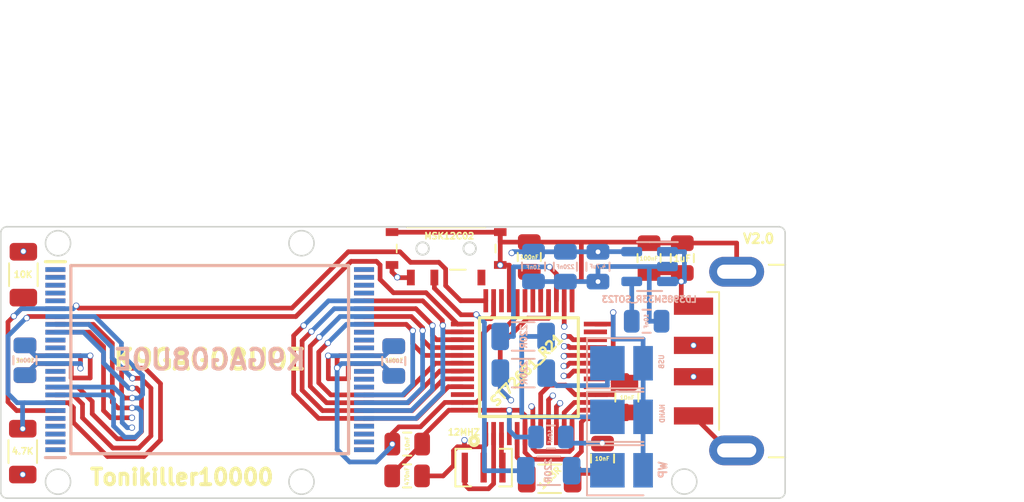
<source format=kicad_pcb>
(kicad_pcb (version 20211014) (generator pcbnew)
  (layers (0 "F.Cu" signal) (1 "In1.Cu" power "GND") (2 "In2.Cu" signal "In.Cu") (31 "B.Cu" signal) (34 "B.Paste" user) (35 "F.Paste" user) (36 "B.SilkS" user "B.Silkscreen") (37 "F.SilkS" user "F.Silkscreen") (38 "B.Mask" user) (39 "F.Mask" user) (44 "Edge.Cuts" user))
  (net 0 "")
  (net 1 "+3V3")
  (net 2 "Earth")
  (net 3 "Net-(C11-Pad2)")
  (net 5 "Net-(C14-Pad1)")
  (net 6 "WP")
  (net 8 "ALE")
  (net 11 "+1V8")
  (net 12 "Net-(J1-Pad3)")
  (net 13 "RNB")
  (net 15 "CLE")
  (net 16 "WE")
  (net 17 "RE")
  (net 18 "Net-(J1-Pad2)")
  (net 19 "CE2")
  (net 20 "CE1")
  (net 21 "Net-(R2-Pad1)")
  (net 22 "Net-(R1-Pad1)")
  (net 23 "Net-(Y2-Pad1)")
  (net 24 "+5V")
  (net 31 "Net-(R4-Pad1)")
  (net 76 "/D3")
  (net 77 "/D2")
  (net 78 "/D1")
  (net 79 "/D0")
  (net 80 "/D7")
  (net 81 "/D6")
  (net 82 "/D5")
  (net 83 "/D4")
  (net 94 "Net-(R2-Pad2)")
  (net 96 "Net-(Y2-Pad3)")
  (net 97 "Net-(R7-Pad2)")
  (net 98 "Net-(R1-Pad2)")
  (net 99 "Net-(R7-Pad1)")
  (footprint "Resistor_SMD:R_1206_3216Metric" (layer "F.Cu") (at 145.35 89.62)
    (fp_text reference "R4" hide)
    (fp_text value "11.3R")
  )
  (footprint "Capacitor_SMD:C_0805_2012Metric" (layer "F.Cu") (at 111.9 82.06 90)
    (fp_text reference "C1" hide)
    (fp_text value "100nF")
  )
  (footprint "Capacitor_SMD:C_0805_2012Metric" (layer "F.Cu") (at 150.27 84.44 -90)
    (fp_text reference "C4" hide)
    (fp_text value "10nF")
  )
  (footprint "Capacitor_SMD:C_0805_2012Metric" (layer "F.Cu") (at 153.805 75.54 -90)
    (fp_text reference "C8" hide)
    (fp_text value "1uF")
  )
  (footprint "Resistor_SMD:R_1206_3216Metric" (layer "F.Cu") (at 111.76 87.89 90)
    (fp_text reference "R5" hide)
    (fp_text value "4.7K")
  )
  (footprint "K9GAG08U0E:SOP50P2000X120-48N" (layer "F.Cu") (at 123.68 82.02)
    (fp_text reference "m1" hide)
    (fp_text value "K9GAG08U0E")
  )
  (footprint "Capacitor_SMD:C_0805_2012Metric" (layer "F.Cu") (at 136.27 87.41 180)
    (fp_text reference "C16" hide)
    (fp_text value "10nF")
  )
  (footprint "MSK12C02:MSK12C02" (layer "F.Cu") (at 138.75 74.93 180)
    (fp_text reference "SW1" hide)
    (fp_text value "MSK12C02")
    (fp_circle (center -1.5 0) (end -1.1 0) (layer "Edge.Cuts") (width 0.12) (fill none))
    (fp_circle (center 1.5 0) (end 1.9 0) (layer "Edge.Cuts") (width 0.12) (fill none))
  )
  (footprint "Connector_USB:USB_A_CNCTech_1001-011-01101_Horizontal" (layer "F.Cu") (at 164.17 82.11)
    (fp_text reference "J1" hide)
    (fp_text value "USB_A")
  )
  (footprint "ST72681_R21:QFP50P900X900X160-48N" (layer "F.Cu") (at 144.028 82.5 90)
    (fp_text reference "f1" hide)
    (fp_text value "ST72681_R21")
  )
  (footprint "Capacitor_SMD:C_0805_2012Metric" (layer "F.Cu") (at 151.685 75.54 -90)
    (fp_text reference "C5" hide)
    (fp_text value "100nF")
  )
  (footprint "Capacitor_SMD:C_0805_2012Metric" (layer "F.Cu") (at 136.26 89.44)
    (fp_text reference "C7" hide)
    (fp_text value "470nF")
  )
  (footprint "Capacitor_SMD:C_0805_2012Metric" (layer "F.Cu") (at 148.72 88.33 90)
    (fp_text reference "C13" hide)
    (fp_text value "10nF")
  )
  (footprint "Crystal:Resonator_SMD_Murata_CSTxExxV-3Pin_3.0x1.1mm" (layer "F.Cu") (at 141.14 88.91)
    (fp_text reference "Y2" hide)
    (fp_text value "12MHZ")
  )
  (footprint "Capacitor_SMD:C_0805_2012Metric" (layer "F.Cu") (at 144.05 75.47 90)
    (fp_text reference "C14" hide)
    (fp_text value "100nF")
  )
  (footprint "Resistor_SMD:R_1206_3216Metric" (layer "F.Cu") (at 111.8 76.6 -90)
    (fp_text reference "R3" hide)
    (fp_text value "10K")
  )
  (footprint "Capacitor_SMD:C_0805_2012Metric" (layer "F.Cu") (at 135.41 82.11 90)
    (fp_text reference "C3" hide)
    (fp_text value "100nF")
  )
  (footprint "LED_SMD:LED_PLCC_2835" (layer "B.Cu") (at 149.93 82.25)
    (fp_text reference "D2" hide)
    (fp_text value "USB")
  )
  (footprint "K9GAG08U0E:SOP50P2000X120-48N" (layer "B.Cu") (at 123.678 82.02)
    (fp_text reference "m2" hide)
    (fp_text value "K9GAG08U0E")
  )
  (footprint "Capacitor_SMD:C_0805_2012Metric" (layer "B.Cu") (at 151.53 79.57 180)
    (fp_text reference "C11" hide)
    (fp_text value "10nF")
  )
  (footprint "Capacitor_SMD:C_0805_2012Metric" (layer "B.Cu") (at 111.9 82.06 -90)
    (fp_text reference "C2" hide)
    (fp_text value "100nF")
  )
  (footprint "LED_SMD:LED_PLCC_2835" (layer "B.Cu") (at 149.93 89.08)
    (fp_text reference "D3" hide)
    (fp_text value "WP")
  )
  (footprint "Resistor_SMD:R_1206_3216Metric" (layer "B.Cu") (at 143.66 80.54)
    (fp_text reference "R2" hide)
    (fp_text value "220R")
  )
  (footprint "Capacitor_SMD:C_0805_2012Metric" (layer "B.Cu") (at 144.32 76.08 90)
    (fp_text reference "C17" hide)
    (fp_text value "10nF")
  )
  (footprint "Resistor_SMD:R_1206_3216Metric" (layer "B.Cu") (at 143.6675 82.88)
    (fp_text reference "R1" hide)
    (fp_text value "220R")
  )
  (footprint "Resistor_SMD:R_1206_3216Metric" (layer "B.Cu") (at 145.29 89.11 180)
    (fp_text reference "R7" hide)
    (fp_text value "220R")
  )
  (footprint "Package_TO_SOT_SMD:SOT-23-5" (layer "B.Cu") (at 151.72 76.08 180)
    (fp_text reference "U1" hide)
    (fp_text value "LD3985M33R_SOT23")
  )
  (footprint "Capacitor_SMD:C_0805_2012Metric" (layer "B.Cu") (at 135.41 82.11 -90)
    (fp_text reference "C6" hide)
    (fp_text value "100nF")
  )
  (footprint "Capacitor_SMD:C_0805_2012Metric" (layer "B.Cu") (at 146.35 76.09 90)
    (fp_text reference "C19" hide)
    (fp_text value "220nF")
  )
  (footprint "Capacitor_SMD:C_0805_2012Metric" (layer "B.Cu") (at 148.43 76.09 90)
    (fp_text reference "C12" hide)
    (fp_text value "4.7uF")
  )
  (footprint "Capacitor_SMD:C_0805_2012Metric" (layer "B.Cu") (at 145.43 86.96)
    (fp_text reference "C10" hide)
    (fp_text value "10nF")
  )
  (footprint "LED_SMD:LED_PLCC_2835" (layer "B.Cu") (at 149.93 85.67)
    (fp_text reference "D1" hide)
    (fp_text value "NAND")
  )
  (gr_arc (start 110.36 73.94) (mid 110.477157 73.657157) (end 110.76 73.54) (layer "Edge.Cuts") (width 0.1))
  (gr_circle (center 153.93 89.8) (end 154.73 89.8) (layer "Edge.Cuts") (width 0.1) (fill none))
  (gr_circle (center 114.01 74.59) (end 114.81 74.59) (layer "Edge.Cuts") (width 0.1) (fill none))
  (gr_circle (center 129.53 74.59) (end 130.33 74.59) (layer "Edge.Cuts") (width 0.1) (fill none))
  (gr_arc (start 159.959999 73.540001) (mid 160.242842 73.657158) (end 160.359999 73.940001) (layer "Edge.Cuts") (width 0.1))
  (gr_arc (start 160.359999 90.459999) (mid 160.242842 90.742842) (end 159.959999 90.859999) (layer "Edge.Cuts") (width 0.1))
  (gr_line (start 110.36 90.46) (end 110.36 73.94) (layer "Edge.Cuts") (width 0.1))
  (gr_circle (center 114.01 89.81) (end 114.81 89.81) (layer "Edge.Cuts") (width 0.1) (fill none))
  (gr_circle (center 129.53 89.81) (end 130.33 89.81) (layer "Edge.Cuts") (width 0.1) (fill none))
  (gr_arc (start 110.76 90.86) (mid 110.477157 90.742843) (end 110.36 90.46) (layer "Edge.Cuts") (width 0.1))
  (gr_line (start 110.76 73.54) (end 159.959999 73.540001) (layer "Edge.Cuts") (width 0.1))
  (gr_line (start 159.959999 90.859999) (end 110.76 90.86) (layer "Edge.Cuts") (width 0.1))
  (gr_line (start 160.359999 73.940001) (end 160.359999 90.459999) (layer "Edge.Cuts") (width 0.1))
  (gr_text "Tonikiller10000" (at 121.9 89.52) (layer "F.SilkS") (effects (font (size 1 1) (thickness 0.25))))
  (gr_text "V2.0" (at 158.67 74.3) (layer "F.SilkS") (effects (font (size 0.6 0.6))))
  (gr_text "\n" (at 135.7 59.51) (layer "F.SilkS") (effects (font (size 1 1) (thickness 0.25))))
  (segment (start 149.4 79.75) (end 149.4 83.04) (width 0.3) (layer "F.Cu") (net 1))
  (segment (start 135.74 86.31) (end 135.32 86.73) (width 0.3) (layer "F.Cu") (net 1))
  (segment (start 138.67 84.75) (end 137.11 86.31) (width 0.3) (layer "F.Cu") (net 1))
  (segment (start 135.32 86.73) (end 135.32 87.41) (width 0.3) (layer "F.Cu") (net 1))
  (segment (start 113.842 81.77) (end 112.56 81.77) (width 0.3) (layer "F.Cu") (net 1))
  (segment (start 148.266 84.25) (end 146.97 84.25) (width 0.3) (layer "F.Cu") (net 1))
  (segment (start 148.266 84.25) (end 149.02 84.25) (width 0.3) (layer "F.Cu") (net 1))
  (segment (start 139.79 84.75) (end 138.67 84.75) (width 0.3) (layer "F.Cu") (net 1))
  (segment (start 143.278 78.262) (end 143.278 79.232) (width 0.3) (layer "F.Cu") (net 1))
  (segment (start 150.27 83.83) (end 150.27 83.49) (width 0.3) (layer "F.Cu") (net 1))
  (segment (start 137.11 86.31) (end 135.74 86.31) (width 0.3) (layer "F.Cu") (net 1))
  (segment (start 149.4 83.04) (end 150.27 83.04) (width 0.3) (layer "F.Cu") (net 1))
  (segment (start 142.59 79.92) (end 141.53 79.92) (width 0.3) (layer "F.Cu") (net 1))
  (segment (start 131.95 81.77) (end 133.518 81.77) (width 0.3) (layer "F.Cu") (net 1))
  (segment (start 115.44 81.77) (end 115.44 82.57) (width 0.3) (layer "F.Cu") (net 1))
  (segment (start 144.778 84.202) (end 144.778 86.738) (width 0.3) (layer "F.Cu") (net 1))
  (segment (start 133.518 81.77) (end 134.8 81.77) (width 0.3) (layer "F.Cu") (net 1))
  (segment (start 140.7 84.75) (end 139.79 84.75) (width 0.3) (layer "F.Cu") (net 1))
  (segment (start 140.98 80.47) (end 140.98 84.47) (width 0.3) (layer "F.Cu") (net 1))
  (segment (start 140.98 84.47) (end 140.7 84.75) (width 0.3) (layer "F.Cu") (net 1))
  (segment (start 149.4 83.48) (end 149.4 83.83) (width 0.3) (layer "F.Cu") (net 1))
  (segment (start 143.278 79.232) (end 142.59 79.92) (width 0.3) (layer "F.Cu") (net 1))
  (segment (start 149.4 79.01) (end 149.4 79.75) (width 0.3) (layer "F.Cu") (net 1))
  (segment (start 141.53 79.92) (end 140.98 80.47) (width 0.3) (layer "F.Cu") (net 1))
  (segment (start 150.27 83.48) (end 150.27 83.49) (width 0.3) (layer "F.Cu") (net 1))
  (segment (start 150.27 83.04) (end 150.27 83.49) (width 0.3) (layer "F.Cu") (net 1))
  (segment (start 112.56 81.77) (end 111.9 81.11) (width 0.3) (layer "F.Cu") (net 1))
  (segment (start 113.842 81.77) (end 115.44 81.77) (width 0.3) (layer "F.Cu") (net 1))
  (segment (start 131.8 82.55) (end 131.8 81.92) (width 0.3) (layer "F.Cu") (net 1))
  (segment (start 149.4 83.83) (end 150.27 83.83) (width 0.3) (layer "F.Cu") (net 1))
  (segment (start 145.33 83.65) (end 144.778 84.202) (width 0.3) (layer "F.Cu") (net 1))
  (segment (start 149.4 84.25) (end 149.02 84.25) (width 0.3) (layer "F.Cu") (net 1))
  (segment (start 146.37 83.65) (end 145.33 83.65) (width 0.3) (layer "F.Cu") (net 1))
  (segment (start 134.8 81.77) (end 135.41 81.16) (width 0.3) (layer "F.Cu") (net 1))
  (segment (start 148.266 79.75) (end 149.4 79.75) (width 0.3) (layer "F.Cu") (net 1))
  (segment (start 149.4 83.83) (end 149.4 84.25) (width 0.3) (layer "F.Cu") (net 1))
  (segment (start 149.4 83.48) (end 150.27 83.48) (width 0.3) (layer "F.Cu") (net 1))
  (segment (start 146.97 84.25) (end 146.37 83.65) (width 0.3) (layer "F.Cu") (net 1))
  (segment (start 131.8 81.92) (end 131.95 81.77) (width 0.3) (layer "F.Cu") (net 1))
  (segment (start 149.4 83.04) (end 149.4 83.48) (width 0.3) (layer "F.Cu") (net 1))
  (via (at 131.8 82.55) (size 0.4) (drill 0.3) (layers "F.Cu" "B.Cu") (net 1))
  (via (at 115.44 82.57) (size 0.4) (drill 0.3) (layers "F.Cu" "B.Cu") (net 1))
  (via (at 148.43 75.14) (size 0.4) (drill 0.3) (layers "F.Cu" "B.Cu") (net 1))
  (via (at 111.76 89.3525) (size 0.4) (drill 0.3) (layers "F.Cu" "B.Cu") (net 1))
  (via (at 149.4 79.01) (size 0.4) (drill 0.3) (layers "F.Cu" "B.Cu") (net 1))
  (via (at 135.32 87.41) (size 0.4) (drill 0.3) (layers "F.Cu" "B.Cu") (net 1))
  (via (at 142.93 75.21) (size 0.4) (drill 0.3) (layers "F.Cu" "B.Cu") (net 1))
  (segment (start 132.6 88.55) (end 134.28 88.55) (width 0.3) (layer "B.Cu") (net 1))
  (segment (start 149.4 80.71) (end 149.4 79.01) (width 0.3) (layer "B.Cu") (net 1))
  (segment (start 131.8 82.55) (end 131.8 87.75) (width 0.3) (layer "B.Cu") (net 1))
  (segment (start 143.01 75.13) (end 144.32 75.13) (width 0.3) (layer "B.Cu") (net 1))
  (segment (start 149.54 80.71) (end 149.4 80.71) (width 0.3) (layer "B.Cu") (net 1))
  (segment (start 115.44 82.27) (end 115.44 82.57) (width 0.3) (layer "B.Cu") (net 1))
  (segment (start 134.28 88.55) (end 135.32 87.51) (width 0.3) (layer "B.Cu") (net 1))
  (segment (start 151.305 82.25) (end 151.305 80.71) (width 0.3) (layer "B.Cu") (net 1))
  (segment (start 148.43 75.13) (end 148.43 75.14) (width 0.3) (layer "B.Cu") (net 1))
  (segment (start 112.64 82.27) (end 111.9 83.01) (width 0.3) (layer "B.Cu") (net 1))
  (segment (start 146.35 75.14) (end 148.43 75.14) (width 0.3) (layer "B.Cu") (net 1))
  (segment (start 131.8 87.75) (end 132.6 88.55) (width 0.3) (layer "B.Cu") (net 1))
  (segment (start 151.31 82.38) (end 151.31 85.72) (width 0.3) (layer "B.Cu") (net 1))
  (segment (start 151.31 85.72) (end 151.305 85.72) (width 0.3) (layer "B.Cu") (net 1))
  (segment (start 135.32 87.51) (end 135.32 87.41) (width 0.3) (layer "B.Cu") (net 1))
  (segment (start 113.84 82.27) (end 115.44 82.27) (width 0.3) (layer "B.Cu") (net 1))
  (segment (start 151.305 80.71) (end 149.54 80.71) (width 0.3) (layer "B.Cu") (net 1))
  (segment (start 144.33 75.14) (end 144.32 75.13) (width 0.3) (layer "B.Cu") (net 1))
  (segment (start 113.84 82.27) (end 112.64 82.27) (width 0.3) (layer "B.Cu") (net 1))
  (segment (start 133.516 82.27) (end 134.62 82.27) (width 0.3) (layer "B.Cu") (net 1))
  (segment (start 151.305 89.08) (end 151.305 85.72) (width 0.3) (layer "B.Cu") (net 1))
  (segment (start 146.35 75.14) (end 144.33 75.14) (width 0.3) (layer "B.Cu") (net 1))
  (segment (start 131.8 82.55) (end 132.08 82.27) (width 0.3) (layer "B.Cu") (net 1))
  (segment (start 132.08 82.27) (end 133.516 82.27) (width 0.3) (layer "B.Cu") (net 1))
  (segment (start 142.93 75.21) (end 143.01 75.13) (width 0.3) (layer "B.Cu") (net 1))
  (segment (start 134.62 82.27) (end 135.41 83.06) (width 0.3) (layer "B.Cu") (net 1))
  (segment (start 150.5825 75.13) (end 148.43 75.13) (width 0.3) (layer "B.Cu") (net 1))
  (segment (start 146.8125 89.62) (end 146.8125 88.4375) (width 0.3) (layer "F.Cu") (net 2))
  (segment (start 113.842 82.27) (end 112.64 82.27) (width 0.3) (layer "F.Cu") (net 2))
  (segment (start 157.27 74.58) (end 151.695 74.58) (width 0.3) (layer "F.Cu") (net 2))
  (segment (start 142.26 85.25) (end 142.778 85.25) (width 0.3) (layer "F.Cu") (net 2))
  (segment (start 146.278 85.402) (end 146.93 84.75) (width 0.3) (layer "F.Cu") (net 2))
  (segment (start 132.51 83.24) (end 131.8 83.24) (width 0.3) (layer "F.Cu") (net 2))
  (segment (start 147.59 85.79) (end 147.37 86.01) (width 0.3) (layer "F.Cu") (net 2))
  (segment (start 147.37 74.52) (end 147.37 77.02) (width 0.3) (layer "F.Cu") (net 2))
  (segment (start 134.62 82.27) (end 135.41 83.06) (width 0.3) (layer "F.Cu") (net 2))
  (segment (start 149.42 85.41) (end 149.42 85.79) (width 0.3) (layer "F.Cu") (net 2))
  (segment (start 139.79 85.25) (end 142.26 85.25) (width 0.3) (layer "F.Cu") (net 2))
  (segment (start 143.778 86.738) (end 143.778 85.588) (width 0.3) (layer "F.Cu") (net 2))
  (segment (start 143.778 86.738) (end 143.778 87.938) (width 0.3) (layer "F.Cu") (net 2))
  (segment (start 154.52 85.61) (end 156.72 87.81) (width 0.3) (layer "F.Cu") (net 2))
  (segment (start 149.42 84.99) (end 150.27 84.99) (width 0.3) (layer "F.Cu") (net 2))
  (segment (start 142.2 74.51) (end 142.21 74.52) (width 0.3) (layer "F.Cu") (net 2))
  (segment (start 142.2 73.89) (end 142.2 75.99) (width 0.3) (layer "F.Cu") (net 2))
  (segment (start 146.81 88.38) (end 146.84 88.41) (width 0.3) (layer "F.Cu") (net 2))
  (segment (start 150.27 85.79) (end 150.27 85.39) (width 0.3) (layer "F.Cu") (net 2))
  (segment (start 149.42 85.79) (end 150.27 85.79) (width 0.3) (layer "F.Cu") (net 2))
  (segment (start 135.66 76.79) (end 136.5 76.79) (width 0.3) (layer "F.Cu") (net 2))
  (segment (start 135.3 75.99) (end 135.3 76.43) (width 0.3) (layer "F.Cu") (net 2))
  (segment (start 147.37 86.01) (end 147.37 87.88) (width 0.3) (layer "F.Cu") (net 2))
  (segment (start 133.518 82.27) (end 134.62 82.27) (width 0.3) (layer "F.Cu") (net 2))
  (segment (start 135.3 76.43) (end 135.635 76.765) (width 0.3) (layer "F.Cu") (net 2))
  (segment (start 150.27 84.99) (end 150.27 85.39) (width 0.3) (layer "F.Cu") (net 2))
  (segment (start 131.24 81.77) (end 131.23 81.77) (width 0.3) (layer "F.Cu") (net 2))
  (segment (start 149.42 85.79) (end 147.59 85.79) (width 0.3) (layer "F.Cu") (net 2))
  (segment (start 143.778 85.588) (end 143.44 85.25) (width 0.3) (layer "F.Cu") (net 2))
  (segment (start 131.24 83.24) (end 131.24 82.48) (width 0.3) (layer "F.Cu") (net 2))
  (segment (start 144.05 74.52) (end 147.37 74.52) (width 0.3) (layer "F.Cu") (net 2))
  (segment (start 142.21 74.52) (end 144.05 74.52) (width 0.3) (layer "F.Cu") (net 2))
  (segment (start 157.27 76.41) (end 157.27 74.58) (width 0.3) (layer "F.Cu") (net 2))
  (segment (start 131.8 83.24) (end 131.24 83.24) (width 0.3) (layer "F.Cu") (net 2))
  (segment (start 142.778 85.25) (end 142.778 86.738) (width 0.3) (layer "F.Cu") (net 2))
  (segment (start 135.34 89.29) (end 137.22 87.41) (width 0.3) (layer "F.Cu") (net 2))
  (segment (start 135.34 89.41) (end 135.34 89.29) (width 0.3) (layer "F.Cu") (net 2))
  (segment (start 113.842 82.27) (end 114.85 82.27) (width 0.3) (layer "F.Cu") (net 2))
  (segment (start 146.778 77.02) (end 146.778 78.262) (width 0.3) (layer "F.Cu") (net 2))
  (segment (start 146.93 84.75) (end 148.266 84.75) (width 0.3) (layer "F.Cu") (net 2))
  (segment (start 137.22 86.95) (end 137.22 87.41) (width 0.3) (layer "F.Cu") (net 2))
  (segment (start 147.1525 89.28) (end 146.8125 89.62) (width 0.3) (layer "F.Cu") (net 2))
  (segment (start 148.266 84.75) (end 149.18 84.75) (width 0.3) (layer "F.Cu") (net 2))
  (segment (start 149.42 85.39) (end 149.42 85.41) (width 0.3) (layer "F.Cu") (net 2))
  (segment (start 147.37 74.52) (end 151.685 74.52) (width 0.3) (layer "F.Cu") (net 2))
  (segment (start 131.24 82.48) (end 131.24 81.77) (width 0.3) (layer "F.Cu") (net 2))
  (segment (start 149.18 84.75) (end 149.42 84.99) (width 0.3) (layer "F.Cu") (net 2))
  (segment (start 142.778 75.99) (end 142.2 75.99) (width 0.3) (layer "F.Cu") (net 2))
  (segment (start 142.778 78.262) (end 142.778 75.99) (width 0.3) (layer "F.Cu") (net 2))
  (segment (start 144.22 88.38) (end 146.81 88.38) (width 0.3) (layer "F.Cu") (net 2))
  (segment (start 114.85 82.27) (end 114.85 83.19) (width 0.3) (layer "F.Cu") (net 2))
  (segment (start 139.79 85.25) (end 138.92 85.25) (width 0.3) (layer "F.Cu") (net 2))
  (segment (start 150.27 85.39) (end 149.42 85.39) (width 0.3) (layer "F.Cu") (net 2))
  (segment (start 114.85 83.19) (end 116.06 83.19) (width 0.3) (layer "F.Cu") (net 2))
  (segment (start 132.51 82.27) (end 132.51 83.24) (width 0.3) (layer "F.Cu") (net 2))
  (segment (start 133.518 82.27) (end 132.51 82.27) (width 0.3) (layer "F.Cu") (net 2))
  (segment (start 135.3 73.89) (end 142.2 73.89) (width 0.3) (layer "F.Cu") (net 2))
  (segment (start 112.64 82.27) (end 111.9 83.01) (width 0.3) (layer "F.Cu") (net 2))
  (segment (start 147.37 77.02) (end 146.778 77.02) (width 0.3) (layer "F.Cu") (net 2))
  (segment (start 135.635 76.765) (end 135.66 76.79) (width 0.3) (layer "F.Cu") (net 2))
  (segment (start 138.92 85.25) (end 137.22 86.95) (width 0.3) (layer "F.Cu") (net 2))
  (segment (start 116.06 83.19) (end 116.06 81.77) (width 0.3) (layer "F.Cu") (net 2))
  (segment (start 149.42 84.99) (end 149.42 85.41) (width 0.3) (layer "F.Cu") (net 2))
  (segment (start 143.778 87.938) (end 144.22 88.38) (width 0.3) (layer "F.Cu") (net 2))
  (segment (start 146.278 86.738) (end 146.278 85.402) (width 0.3) (layer "F.Cu") (net 2))
  (segment (start 142.2 73.89) (end 142.2 74.51) (width 0.3) (layer "F.Cu") (net 2))
  (segment (start 143.44 85.25) (end 142.26 85.25) (width 0.3) (layer "F.Cu") (net 2))
  (segment (start 151.685 74.52) (end 151.685 74.59) (width 0.3) (layer "F.Cu") (net 2))
  (segment (start 148.72 89.28) (end 147.1525 89.28) (width 0.3) (layer "F.Cu") (net 2))
  (segment (start 156.72 87.81) (end 157.27 87.81) (width 0.3) (layer "F.Cu") (net 2))
  (segment (start 147.37 87.88) (end 146.84 88.41) (width 0.3) (layer "F.Cu") (net 2))
  (segment (start 146.8125 88.4375) (end 146.84 88.41) (width 0.3) (layer "F.Cu") (net 2))
  (via (at 142.2 75.99) (size 0.4) (drill 0.3) (layers "F.Cu" "B.Cu") (net 2))
  (via (at 116.06 81.77) (size 0.4) (drill 0.3) (layers "F.Cu" "B.Cu") (net 2))
  (via (at 131.23 81.77) (size 0.4) (drill 0.3) (layers "F.Cu" "B.Cu") (net 2))
  (via (at 111.8 75.11) (size 0.4) (drill 0.3) (layers "F.Cu" "B.Cu") (net 2))
  (via (at 142.778 85.25) (size 0.4) (drill 0.3) (layers "F.Cu" "B.Cu") (net 2))
  (via (at 148.43 77.04) (size 0.4) (drill 0.3) (layers "F.Cu" "B.Cu") (net 2))
  (via (at 135.635 76.765) (size 0.4) (drill 0.3) (layers "F.Cu" "B.Cu") (net 2))
  (segment (start 151.7 79.57) (end 151.7 76.08) (width 0.3) (layer "B.Cu") (net 2))
  (segment (start 151.7 76.08) (end 152.8575 76.08) (width 0.3) (layer "B.Cu") (net 2))
  (segment (start 152.48 79.57) (end 151.7 79.57) (width 0.3) (layer "B.Cu") (net 2))
  (segment (start 142.778 86.538) (end 142.778 85.25) (width 0.3) (layer "B.Cu") (net 2))
  (segment (start 133.516 81.77) (end 134.8 81.77) (width 0.3) (layer "B.Cu") (net 2))
  (segment (start 148.43 77.04) (end 148.43 76.08) (width 0.3) (layer "B.Cu") (net 2))
  (segment (start 144.33 77.04) (end 144.32 77.03) (width 0.3) (layer "B.Cu") (net 2))
  (segment (start 113.84 81.77) (end 116.06 81.77) (width 0.3) (layer "B.Cu") (net 2))
  (segment (start 134.8 81.77) (end 135.41 81.16) (width 0.3) (layer "B.Cu") (net 2))
  (segment (start 148.43 76.08) (end 151.7 76.08) (width 0.3) (layer "B.Cu") (net 2))
  (segment (start 131.23 81.77) (end 133.516 81.77) (width 0.3) (layer "B.Cu") (net 2))
  (segment (start 144.48 86.96) (end 143.2 86.96) (width 0.3) (layer "B.Cu") (net 2))
  (segment (start 146.35 77.04) (end 144.33 77.04) (width 0.3) (layer "B.Cu") (net 2))
  (segment (start 143.2 86.96) (end 142.778 86.538) (width 0.3) (layer "B.Cu") (net 2))
  (segment (start 113.84 81.77) (end 112.56 81.77) (width 0.3) (layer "B.Cu") (net 2))
  (segment (start 112.56 81.77) (end 111.9 81.11) (width 0.3) (layer "B.Cu") (net 2))
  (segment (start 146.35 77.04) (end 148.43 77.04) (width 0.3) (layer "B.Cu") (net 2))
  (segment (start 150.5825 77.03) (end 150.5825 79.57) (width 0.3) (layer "B.Cu") (net 3))
  (segment (start 150.5825 79.57) (end 150.58 79.57) (width 0.3) (layer "B.Cu") (net 3))
  (segment (start 144.778 77.148) (end 144.05 76.42) (width 0.3) (layer "F.Cu") (net 5))
  (segment (start 144.778 78.262) (end 144.778 77.148) (width 0.3) (layer "F.Cu") (net 5))
  (segment (start 115.17 78.58) (end 115.32 78.73) (width 0.3) (layer "F.Cu") (net 6))
  (segment (start 128.92 78.73) (end 132.51 75.14) (width 0.3) (layer "F.Cu") (net 6))
  (segment (start 138.72 77.3) (end 139.682 78.262) (width 0.3) (layer "F.Cu") (net 6))
  (segment (start 110.82 84.72) (end 111.37 85.27) (width 0.3) (layer "F.Cu") (net 6))
  (segment (start 111.37 85.27) (end 113.842 85.27) (width 0.3) (layer "F.Cu") (net 6))
  (segment (start 111.19 79.25) (end 110.82 79.62) (width 0.3) (layer "F.Cu") (net 6))
  (segment (start 139.682 78.262) (end 141.278 78.262) (width 0.3) (layer "F.Cu") (net 6))
  (segment (start 132.51 75.14) (end 135.81 75.14) (width 0.3) (layer "F.Cu") (net 6))
  (segment (start 110.82 79.62) (end 110.82 84.72) (width 0.3) (layer "F.Cu") (net 6))
  (segment (start 111.19 79.25) (end 111.8 78.64) (width 0.3) (layer "F.Cu") (net 6))
  (segment (start 138.29 75.81) (end 138.72 76.24) (width 0.3) (layer "F.Cu") (net 6))
  (segment (start 136.48 75.81) (end 138.29 75.81) (width 0.3) (layer "F.Cu") (net 6))
  (segment (start 115.32 78.73) (end 128.92 78.73) (width 0.3) (layer "F.Cu") (net 6))
  (segment (start 138.72 76.24) (end 138.72 77.3) (width 0.3) (layer "F.Cu") (net 6))
  (segment (start 111.8 78.64) (end 111.8 78.0625) (width 0.3) (layer "F.Cu") (net 6))
  (segment (start 135.81 75.14) (end 136.48 75.81) (width 0.3) (layer "F.Cu") (net 6))
  (via (at 115.17 78.58) (size 0.4) (drill 0.3) (layers "F.Cu" "B.Cu") (net 6))
  (via (at 111.19 79.25) (size 0.4) (drill 0.3) (layers "F.Cu" "B.Cu") (net 6))
  (segment (start 115.17 78.58) (end 114.98 78.77) (width 0.3) (layer "B.Cu") (net 6))
  (segment (start 114.98 78.77) (end 113.84 78.77) (width 0.3) (layer "B.Cu") (net 6))
  (segment (start 111.67 78.77) (end 113.84 78.77) (width 0.3) (layer "B.Cu") (net 6))
  (segment (start 111.19 79.25) (end 111.67 78.77) (width 0.3) (layer "B.Cu") (net 6))
  (segment (start 114.98 84.27) (end 115.57 84.86) (width 0.3) (layer "F.Cu") (net 8))
  (segment (start 119.93 83.84) (end 119.3 83.21) (width 0.3) (layer "F.Cu") (net 8))
  (segment (start 146.28 79.91) (end 146.278 79.908) (width 0.3) (layer "F.Cu") (net 8))
  (segment (start 119.93 86.89) (end 119.93 83.84) (width 0.3) (layer "F.Cu") (net 8))
  (segment (start 119.16 87.66) (end 119.93 86.89) (width 0.3) (layer "F.Cu") (net 8))
  (segment (start 115.57 85.73) (end 117.5 87.66) (width 0.3) (layer "F.Cu") (net 8))
  (segment (start 115.57 84.86) (end 115.57 85.73) (width 0.3) (layer "F.Cu") (net 8))
  (segment (start 117.5 87.66) (end 119.16 87.66) (width 0.3) (layer "F.Cu") (net 8))
  (segment (start 119.3 83.21) (end 118.75 83.21) (width 0.3) (layer "F.Cu") (net 8))
  (segment (start 146.278 79.908) (end 146.278 78.262) (width 0.3) (layer "F.Cu") (net 8))
  (segment (start 113.842 84.27) (end 114.98 84.27) (width 0.3) (layer "F.Cu") (net 8))
  (via (at 146.28 79.91) (size 0.4) (drill 0.3) (layers "F.Cu" "B.Cu") (net 8))
  (via (at 118.75 83.21) (size 0.4) (drill 0.3) (layers "F.Cu" "B.Cu") (net 8))
  (segment (start 115.98 79.77) (end 113.84 79.77) (width 0.3) (layer "B.Cu") (net 8))
  (segment (start 118.75 83.21) (end 117.46 81.92) (width 0.3) (layer "B.Cu") (net 8))
  (segment (start 117.46 81.92) (end 117.46 81.25) (width 0.3) (layer "B.Cu") (net 8))
  (segment (start 117.46 81.25) (end 115.98 79.77) (width 0.3) (layer "B.Cu") (net 8))
  (segment (start 144.278 87.678) (end 144.48 87.88) (width 0.3) (layer "F.Cu") (net 11))
  (segment (start 147.2 85.25) (end 146.778 85.672) (width 0.3) (layer "F.Cu") (net 11))
  (segment (start 139.92 87.58) (end 141.14 87.58) (width 0.3) (layer "F.Cu") (net 11))
  (segment (start 146.61 87.88) (end 146.778 87.712) (width 0.3) (layer "F.Cu") (net 11))
  (segment (start 144.278 85.098) (end 144.19 85.01) (width 0.3) (layer "F.Cu") (net 11))
  (segment (start 139.47 87.58) (end 139.22 87.83) (width 0.3) (layer "F.Cu") (net 11))
  (segment (start 141.14 87.59) (end 141.278 87.452) (width 0.3) (layer "F.Cu") (net 11))
  (segment (start 139.92 87.16) (end 139.92 87.58) (width 0.3) (layer "F.Cu") (net 11))
  (segment (start 146.778 85.672) (end 146.778 86.738) (width 0.3) (layer "F.Cu") (net 11))
  (segment (start 141.14 87.58) (end 141.14 87.59) (width 0.3) (layer "F.Cu") (net 11))
  (segment (start 144.278 86.738) (end 144.278 87.678) (width 0.3) (layer "F.Cu") (net 11))
  (segment (start 144.278 86.738) (end 144.278 85.098) (width 0.3) (layer "F.Cu") (net 11))
  (segment (start 141.14 88.91) (end 141.14 87.59) (width 0.3) (layer "F.Cu") (net 11))
  (segment (start 148.266 85.25) (end 147.2 85.25) (width 0.3) (layer "F.Cu") (net 11))
  (segment (start 141.278 87.452) (end 141.278 86.738) (width 0.3) (layer "F.Cu") (net 11))
  (segment (start 139.47 87.58) (end 139.92 87.58) (width 0.3) (layer "F.Cu") (net 11))
  (segment (start 139.22 88.78) (end 138.56 89.44) (width 0.3) (layer "F.Cu") (net 11))
  (segment (start 139.22 87.83) (end 139.22 88.78) (width 0.3) (layer "F.Cu") (net 11))
  (segment (start 138.56 89.44) (end 137.21 89.44) (width 0.3) (layer "F.Cu") (net 11))
  (segment (start 146.778 87.712) (end 146.778 86.738) (width 0.3) (layer "F.Cu") (net 11))
  (segment (start 144.48 87.88) (end 146.61 87.88) (width 0.3) (layer "F.Cu") (net 11))
  (segment (start 141.14 88.91) (end 141.14 87.58) (width 0.3) (layer "F.Cu") (net 11))
  (via (at 144.19 85.01) (size 0.4) (drill 0.3) (layers "F.Cu" "B.Cu") (net 11))
  (via (at 139.92 87.16) (size 0.4) (drill 0.3) (layers "F.Cu" "B.Cu") (net 11))
  (via (at 148.7 87.35) (size 0.4) (drill 0.3) (layers "F.Cu" "B.Cu") (net 11))
  (segment (start 148.7 87.35) (end 146.77 87.35) (width 0.3) (layer "B.Cu") (net 11))
  (segment (start 146.77 87.35) (end 146.38 86.96) (width 0.3) (layer "B.Cu") (net 11))
  (segment (start 145.278 84.592) (end 145.278 86.738) (width 0.3) (layer "F.Cu") (net 12))
  (segment (start 145.55 84.32) (end 145.278 84.592) (width 0.3) (layer "F.Cu") (net 12))
  (via (at 145.55 84.32) (size 0.4) (drill 0.3) (layers "F.Cu" "B.Cu") (net 12))
  (via (at 154.52 83.11) (size 0.4) (drill 0.3) (layers "F.Cu" "B.Cu") (net 12))
  (segment (start 134.54 75.98) (end 134.54 76.9) (width 0.3) (layer "F.Cu") (net 13))
  (segment (start 112.11 79.27) (end 113.842 79.27) (width 0.3) (layer "F.Cu") (net 13))
  (segment (start 137.47 77.75) (end 139.47 79.75) (width 0.3) (layer "F.Cu") (net 13))
  (segment (start 129.17 79.27) (end 132.69 75.75) (width 0.3) (layer "F.Cu") (net 13))
  (segment (start 139.47 79.75) (end 139.79 79.75) (width 0.3) (layer "F.Cu") (net 13))
  (segment (start 132.69 75.75) (end 134.31 75.75) (width 0.3) (layer "F.Cu") (net 13))
  (segment (start 134.31 75.75) (end 134.54 75.98) (width 0.3) (layer "F.Cu") (net 13))
  (segment (start 135.39 77.75) (end 137.47 77.75) (width 0.3) (layer "F.Cu") (net 13))
  (segment (start 134.54 76.9) (end 135.39 77.75) (width 0.3) (layer "F.Cu") (net 13))
  (segment (start 113.842 79.27) (end 129.17 79.27) (width 0.3) (layer "F.Cu") (net 13))
  (segment (start 112.01 79.37) (end 112.11 79.27) (width 0.3) (layer "F.Cu") (net 13))
  (via (at 111.76 86.4275) (size 0.4) (drill 0.3) (layers "F.Cu" "B.Cu") (net 13))
  (via (at 112.01 79.37) (size 0.4) (drill 0.3) (layers "F.Cu" "B.Cu") (net 13))
  (segment (start 110.82 80.51) (end 110.82 84.19) (width 0.3) (layer "B.Cu") (net 13))
  (segment (start 111.96 79.37) (end 110.82 80.51) (width 0.3) (layer "B.Cu") (net 13))
  (segment (start 111.75 84.9) (end 111.75 86.4175) (width 0.3) (layer "B.Cu") (net 13))
  (segment (start 111.75 86.4175) (end 111.76 86.4275) (width 0.3) (layer "B.Cu") (net 13))
  (segment (start 112.01 79.37) (end 111.96 79.37) (width 0.3) (layer "B.Cu") (net 13))
  (segment (start 111.4 84.77) (end 111.88 84.77) (width 0.3) (layer "B.Cu") (net 13))
  (segment (start 111.88 84.77) (end 113.84 84.77) (width 0.3) (layer "B.Cu") (net 13))
  (segment (start 110.82 84.19) (end 111.4 84.77) (width 0.3) (layer "B.Cu") (net 13))
  (segment (start 115.27 83.77) (end 116.19 84.69) (width 0.3) (layer "F.Cu") (net 15))
  (segment (start 119.03 83.84) (end 118.74 83.84) (width 0.3) (layer "F.Cu") (net 15))
  (segment (start 117.78 87.07) (end 118.87 87.07) (width 0.3) (layer "F.Cu") (net 15))
  (segment (start 119.33 84.14) (end 119.03 83.84) (width 0.3) (layer "F.Cu") (net 15))
  (segment (start 146.85 80.75) (end 148.266 80.75) (width 0.3) (layer "F.Cu") (net 15))
  (segment (start 116.19 84.69) (end 116.19 85.48) (width 0.3) (layer "F.Cu") (net 15))
  (segment (start 113.842 83.77) (end 115.27 83.77) (width 0.3) (layer "F.Cu") (net 15))
  (segment (start 119.33 86.61) (end 119.33 84.14) (width 0.3) (layer "F.Cu") (net 15))
  (segment (start 146.27 80.54) (end 146.64 80.54) (width 0.3) (layer "F.Cu") (net 15))
  (segment (start 146.64 80.54) (end 146.85 80.75) (width 0.3) (layer "F.Cu") (net 15))
  (segment (start 116.19 85.48) (end 117.78 87.07) (width 0.3) (layer "F.Cu") (net 15))
  (segment (start 118.87 87.07) (end 119.33 86.61) (width 0.3) (layer "F.Cu") (net 15))
  (via (at 146.27 80.54) (size 0.4) (drill 0.3) (layers "F.Cu" "B.Cu") (net 15))
  (via (at 118.74 83.84) (size 0.4) (drill 0.3) (layers "F.Cu" "B.Cu") (net 15))
  (segment (start 113.84 80.27) (end 115.63 80.27) (width 0.3) (layer "B.Cu") (net 15))
  (segment (start 116.91 82.235) (end 118.515 83.84) (width 0.3) (layer "B.Cu") (net 15))
  (segment (start 116.91 81.55) (end 116.91 82.235) (width 0.3) (layer "B.Cu") (net 15))
  (segment (start 118.515 83.84) (end 118.74 83.84) (width 0.3) (layer "B.Cu") (net 15))
  (segment (start 115.63 80.27) (end 116.91 81.55) (width 0.3) (layer "B.Cu") (net 15))
  (segment (start 120.54 83.55) (end 119.56 82.57) (width 0.3) (layer "F.Cu") (net 16))
  (segment (start 118.06 84.27) (end 118.26 84.47) (width 0.3) (layer "F.Cu") (net 16))
  (segment (start 119.49 88.2) (end 120.54 87.15) (width 0.3) (layer "F.Cu") (net 16))
  (segment (start 118.26 84.47) (end 118.74 84.47) (width 0.3) (layer "F.Cu") (net 16))
  (segment (start 118.06 82.57) (end 118.06 84.27) (width 0.3) (layer "F.Cu") (net 16))
  (segment (start 146.27 81.17) (end 146.55 81.17) (width 0.3) (layer "F.Cu") (net 16))
  (segment (start 120.54 87.15) (end 120.54 83.55) (width 0.3) (layer "F.Cu") (net 16))
  (segment (start 146.63 81.25) (end 148.266 81.25) (width 0.3) (layer "F.Cu") (net 16))
  (segment (start 113.842 84.77) (end 114.68 84.77) (width 0.3) (layer "F.Cu") (net 16))
  (segment (start 146.55 81.17) (end 146.63 81.25) (width 0.3) (layer "F.Cu") (net 16))
  (segment (start 114.99 85.08) (end 114.99 86.03) (width 0.3) (layer "F.Cu") (net 16))
  (segment (start 114.99 86.03) (end 117.16 88.2) (width 0.3) (layer "F.Cu") (net 16))
  (segment (start 117.16 88.2) (end 119.49 88.2) (width 0.3) (layer "F.Cu") (net 16))
  (segment (start 119.56 82.57) (end 118.06 82.57) (width 0.3) (layer "F.Cu") (net 16))
  (segment (start 114.68 84.77) (end 114.99 85.08) (width 0.3) (layer "F.Cu") (net 16))
  (via (at 146.27 81.17) (size 0.4) (drill 0.3) (layers "F.Cu" "B.Cu") (net 16))
  (via (at 118.74 84.47) (size 0.4) (drill 0.3) (layers "F.Cu" "B.Cu") (net 16))
  (segment (start 118.05 80.97) (end 118.05 81.68) (width 0.3) (layer "B.Cu") (net 16))
  (segment (start 119.4 84.24) (end 119.17 84.47) (width 0.3) (layer "B.Cu") (net 16))
  (segment (start 119.17 84.47) (end 118.74 84.47) (width 0.3) (layer "B.Cu") (net 16))
  (segment (start 113.84 79.27) (end 116.35 79.27) (width 0.3) (layer "B.Cu") (net 16))
  (segment (start 119.4 83.03) (end 119.4 84.24) (width 0.3) (layer "B.Cu") (net 16))
  (segment (start 116.35 79.27) (end 118.05 80.97) (width 0.3) (layer "B.Cu") (net 16))
  (segment (start 118.05 81.68) (end 119.4 83.03) (width 0.3) (layer "B.Cu") (net 16))
  (segment (start 146.26 81.8) (end 146.31 81.75) (width 0.3) (layer "F.Cu") (net 17))
  (segment (start 117.47 84.74) (end 117.83 85.1) (width 0.3) (layer "F.Cu") (net 17))
  (segment (start 117.47 80.98) (end 117.47 84.74) (width 0.3) (layer "F.Cu") (net 17))
  (segment (start 113.842 79.77) (end 116.26 79.77) (width 0.3) (layer "F.Cu") (net 17))
  (segment (start 146.31 81.75) (end 148.266 81.75) (width 0.3) (layer "F.Cu") (net 17))
  (segment (start 117.83 85.1) (end 118.73 85.1) (width 0.3) (layer "F.Cu") (net 17))
  (segment (start 116.26 79.77) (end 117.47 80.98) (width 0.3) (layer "F.Cu") (net 17))
  (via (at 118.73 85.1) (size 0.4) (drill 0.3) (layers "F.Cu" "B.Cu") (net 17))
  (via (at 146.26 81.8) (size 0.4) (drill 0.3) (layers "F.Cu" "B.Cu") (net 17))
  (segment (start 119.09 85.1) (end 118.73 85.1) (width 0.3) (layer "B.Cu") (net 17))
  (segment (start 118.94 86.97) (end 119.31 86.6) (width 0.3) (layer "B.Cu") (net 17))
  (segment (start 117.27 84.27) (end 117.55 84.55) (width 0.3) (layer "B.Cu") (net 17))
  (segment (start 119.31 86.6) (end 119.31 85.32) (width 0.3) (layer "B.Cu") (net 17))
  (segment (start 118.27 86.97) (end 118.94 86.97) (width 0.3) (layer "B.Cu") (net 17))
  (segment (start 117.55 84.55) (end 117.55 86.25) (width 0.3) (layer "B.Cu") (net 17))
  (segment (start 119.31 85.32) (end 119.09 85.1) (width 0.3) (layer "B.Cu") (net 17))
  (segment (start 117.55 86.25) (end 118.27 86.97) (width 0.3) (layer "B.Cu") (net 17))
  (segment (start 113.84 84.27) (end 117.27 84.27) (width 0.3) (layer "B.Cu") (net 17))
  (segment (start 145.778 85.032) (end 146.01 84.8) (width 0.3) (layer "F.Cu") (net 18))
  (segment (start 145.778 86.738) (end 145.778 85.032) (width 0.3) (layer "F.Cu") (net 18))
  (via (at 154.52 81.11) (size 0.4) (drill 0.3) (layers "F.Cu" "B.Cu") (net 18))
  (via (at 146.01 84.8) (size 0.4) (drill 0.3) (layers "F.Cu" "B.Cu") (net 18))
  (segment (start 146.57 83.06) (end 146.88 82.75) (width 0.3) (layer "F.Cu") (net 19))
  (segment (start 146.88 82.75) (end 148.266 82.75) (width 0.3) (layer "F.Cu") (net 19))
  (segment (start 146.25 83.06) (end 146.57 83.06) (width 0.3) (layer "F.Cu") (net 19))
  (via (at 118.72 86.36) (size 0.4) (drill 0.3) (layers "F.Cu" "B.Cu") (net 19))
  (via (at 146.25 83.06) (size 0.4) (drill 0.3) (layers "F.Cu" "B.Cu") (net 19))
  (segment (start 118.1 86.04) (end 118.42 86.36) (width 0.3) (layer "B.Cu") (net 19))
  (segment (start 113.84 83.77) (end 117.54 83.77) (width 0.3) (layer "B.Cu") (net 19))
  (segment (start 118.1 84.33) (end 118.1 86.04) (width 0.3) (layer "B.Cu") (net 19))
  (segment (start 118.42 86.36) (end 118.72 86.36) (width 0.3) (layer "B.Cu") (net 19))
  (segment (start 117.54 83.77) (end 118.1 84.33) (width 0.3) (layer "B.Cu") (net 19))
  (segment (start 116.91 81.18) (end 116.91 85.27) (width 0.3) (layer "F.Cu") (net 20))
  (segment (start 146.44 82.43) (end 146.62 82.25) (width 0.3) (layer "F.Cu") (net 20))
  (segment (start 116 80.27) (end 116.91 81.18) (width 0.3) (layer "F.Cu") (net 20))
  (segment (start 113.842 80.27) (end 116 80.27) (width 0.3) (layer "F.Cu") (net 20))
  (segment (start 146.25 82.43) (end 146.44 82.43) (width 0.3) (layer "F.Cu") (net 20))
  (segment (start 146.62 82.25) (end 148.266 82.25) (width 0.3) (layer "F.Cu") (net 20))
  (segment (start 116.91 85.27) (end 117.37 85.73) (width 0.3) (layer "F.Cu") (net 20))
  (segment (start 117.37 85.73) (end 118.72 85.73) (width 0.3) (layer "F.Cu") (net 20))
  (via (at 146.25 82.43) (size 0.4) (drill 0.3) (layers "F.Cu" "B.Cu") (net 20))
  (via (at 118.72 85.73) (size 0.4) (drill 0.3) (layers "F.Cu" "B.Cu") (net 20))
  (segment (start 145.34 76.11) (end 145.778 76.548) (width 0.3) (layer "F.Cu") (net 21))
  (segment (start 145.778 76.548) (end 145.778 78.262) (width 0.3) (layer "F.Cu") (net 21))
  (via (at 145.34 76.11) (size 0.4) (drill 0.3) (layers "F.Cu" "B.Cu") (net 21))
  (segment (start 143.04 80.54) (end 142.1975 80.54) (width 0.3) (layer "B.Cu") (net 21))
  (segment (start 145.34 76.11) (end 145.33 76.1) (width 0.3) (layer "B.Cu") (net 21))
  (segment (start 143.04 76.1) (end 143.04 80.54) (width 0.3) (layer "B.Cu") (net 21))
  (segment (start 145.33 76.1) (end 143.04 76.1) (width 0.3) (layer "B.Cu") (net 21))
  (segment (start 142.2 81.12) (end 143.94 79.38) (width 0.3) (layer "F.Cu") (net 22))
  (segment (start 142.2 83.93) (end 142.2 81.12) (width 0.3) (layer "F.Cu") (net 22))
  (segment (start 145.278 79.38) (end 145.278 78.262) (width 0.3) (layer "F.Cu") (net 22))
  (segment (start 143.94 79.38) (end 145.278 79.38) (width 0.3) (layer "F.Cu") (net 22))
  (segment (start 142.88 84.61) (end 142.2 83.93) (width 0.3) (layer "F.Cu") (net 22))
  (via (at 142.88 84.61) (size 0.4) (drill 0.3) (layers "F.Cu" "B.Cu") (net 22))
  (segment (start 142.88 84.61) (end 142.205 83.935) (width 0.3) (layer "B.Cu") (net 22))
  (segment (start 142.205 83.935) (end 142.205 82.88) (width 0.3) (layer "B.Cu") (net 22))
  (segment (start 141.778 89.932) (end 141.45 90.26) (width 0.3) (layer "F.Cu") (net 23))
  (segment (start 140.2 90.26) (end 139.94 90) (width 0.3) (layer "F.Cu") (net 23))
  (segment (start 141.778 86.738) (end 141.778 89.932) (width 0.3) (layer "F.Cu") (net 23))
  (segment (start 141.45 90.26) (end 140.2 90.26) (width 0.3) (layer "F.Cu") (net 23))
  (segment (start 139.94 90) (end 139.94 88.91) (width 0.3) (layer "F.Cu") (net 23))
  (segment (start 153.74 78.61) (end 154.52 78.61) (width 0.3) (layer "F.Cu") (net 24))
  (segment (start 153.74 76.48) (end 153.74 78.61) (width 0.3) (layer "F.Cu") (net 24))
  (segment (start 153.74 76.48) (end 151.71 76.48) (width 0.3) (layer "F.Cu") (net 24))
  (via (at 153.74 77.03) (size 0.4) (drill 0.3) (layers "F.Cu" "B.Cu") (net 24))
  (segment (start 152.8575 75.13) (end 153.94 75.13) (width 0.3) (layer "B.Cu") (net 24))
  (segment (start 153.94 75.13) (end 153.94 76.5) (width 0.3) (layer "B.Cu") (net 24))
  (segment (start 153.94 76.5) (end 153.94 77.03) (width 0.3) (layer "B.Cu") (net 24))
  (segment (start 153.94 77.03) (end 153.74 77.03) (width 0.3) (layer "B.Cu") (net 24))
  (segment (start 153.74 77.03) (end 152.8575 77.03) (width 0.3) (layer "B.Cu") (net 24))
  (segment (start 143.8875 88.8575) (end 143.8875 89.62) (width 0.3) (layer "F.Cu") (net 31))
  (segment (start 143.278 86.738) (end 143.278 88.248) (width 0.3) (layer "F.Cu") (net 31))
  (segment (start 143.278 88.248) (end 143.8875 88.8575) (width 0.3) (layer "F.Cu") (net 31))
  (segment (start 131.4 84.27) (end 133.518 84.27) (width 0.3) (layer "F.Cu") (net 76))
  (segment (start 131.21 80.96) (end 130.63 81.54) (width 0.3) (layer "F.Cu") (net 76))
  (segment (start 136.05 84.27) (end 138.07 82.25) (width 0.3) (layer "F.Cu") (net 76))
  (segment (start 130.63 81.54) (end 130.63 83.5) (width 0.3) (layer "F.Cu") (net 76))
  (segment (start 133.518 84.27) (end 136.05 84.27) (width 0.3) (layer "F.Cu") (net 76))
  (segment (start 138.07 82.25) (end 139.79 82.25) (width 0.3) (layer "F.Cu") (net 76))
  (segment (start 130.63 83.5) (end 131.4 84.27) (width 0.3) (layer "F.Cu") (net 76))
  (via (at 131.21 80.96) (size 0.4) (drill 0.3) (layers "F.Cu" "B.Cu") (net 76))
  (segment (start 132.4 79.77) (end 133.516 79.77) (width 0.3) (layer "B.Cu") (net 76))
  (segment (start 131.21 80.96) (end 132.4 79.77) (width 0.3) (layer "B.Cu") (net 76))
  (segment (start 136.33 84.77) (end 138.35 82.75) (width 0.3) (layer "F.Cu") (net 77))
  (segment (start 130.09 83.73) (end 130.09 81.17) (width 0.3) (layer "F.Cu") (net 77))
  (segment (start 133.518 84.77) (end 136.33 84.77) (width 0.3) (layer "F.Cu") (net 77))
  (segment (start 133.518 84.77) (end 131.13 84.77) (width 0.3) (layer "F.Cu") (net 77))
  (segment (start 138.35 82.75) (end 139.79 82.75) (width 0.3) (layer "F.Cu") (net 77))
  (segment (start 130.09 81.17) (end 130.67 80.59) (width 0.3) (layer "F.Cu") (net 77))
  (segment (start 131.13 84.77) (end 130.09 83.73) (width 0.3) (layer "F.Cu") (net 77))
  (via (at 130.67 80.59) (size 0.4) (drill 0.3) (layers "F.Cu" "B.Cu") (net 77))
  (segment (start 130.67 80.59) (end 131.99 79.27) (width 0.3) (layer "B.Cu") (net 77))
  (segment (start 131.99 79.27) (end 133.516 79.27) (width 0.3) (layer "B.Cu") (net 77))
  (segment (start 129.95 84.35) (end 129.57 83.97) (width 0.3) (layer "F.Cu") (net 78))
  (segment (start 133.518 85.27) (end 130.87 85.27) (width 0.3) (layer "F.Cu") (net 78))
  (segment (start 138.6 83.25) (end 139.79 83.25) (width 0.3) (layer "F.Cu") (net 78))
  (segment (start 136.58 85.27) (end 138.6 83.25) (width 0.3) (layer "F.Cu") (net 78))
  (segment (start 130.87 85.27) (end 129.95 84.35) (width 0.3) (layer "F.Cu") (net 78))
  (segment (start 129.57 80.82) (end 130.16 80.23) (width 0.3) (layer "F.Cu") (net 78))
  (segment (start 133.518 85.27) (end 136.58 85.27) (width 0.3) (layer "F.Cu") (net 78))
  (segment (start 129.57 81.53) (end 129.57 80.82) (width 0.3) (layer "F.Cu") (net 78))
  (segment (start 129.57 83.97) (end 129.57 81.53) (width 0.3) (layer "F.Cu") (net 78))
  (via (at 130.16 80.23) (size 0.4) (drill 0.3) (layers "F.Cu" "B.Cu") (net 78))
  (segment (start 131.62 78.77) (end 133.516 78.77) (width 0.3) (layer "B.Cu") (net 78))
  (segment (start 130.16 80.23) (end 131.62 78.77) (width 0.3) (layer "B.Cu") (net 78))
  (segment (start 129.03 82.68) (end 129.03 80.49) (width 0.3) (layer "F.Cu") (net 79))
  (segment (start 136.87 85.77) (end 138.89 83.75) (width 0.3) (layer "F.Cu") (net 79))
  (segment (start 129.03 80.49) (end 129.67 79.85) (width 0.3) (layer "F.Cu") (net 79))
  (segment (start 138.89 83.75) (end 139.79 83.75) (width 0.3) (layer "F.Cu") (net 79))
  (segment (start 129.56 84.71) (end 129.03 84.18) (width 0.3) (layer "F.Cu") (net 79))
  (segment (start 129.03 84.18) (end 129.03 82.68) (width 0.3) (layer "F.Cu") (net 79))
  (segment (start 133.518 85.77) (end 130.62 85.77) (width 0.3) (layer "F.Cu") (net 79))
  (segment (start 133.518 85.77) (end 136.87 85.77) (width 0.3) (layer "F.Cu") (net 79))
  (segment (start 130.62 85.77) (end 129.56 84.71) (width 0.3) (layer "F.Cu") (net 79))
  (via (at 129.67 79.85) (size 0.4) (drill 0.3) (layers "F.Cu" "B.Cu") (net 79))
  (segment (start 129.67 79.85) (end 131.25 78.27) (width 0.3) (layer "B.Cu") (net 79))
  (segment (start 131.25 78.27) (end 133.516 78.27) (width 0.3) (layer "B.Cu") (net 79))
  (segment (start 137.26 78.27) (end 138.51 79.52) (width 0.3) (layer "F.Cu") (net 80))
  (segment (start 139.79 80.25) (end 138.65 80.25) (width 0.3) (layer "F.Cu") (net 80))
  (segment (start 138.65 80.25) (end 138.54 80.14) (width 0.3) (layer "F.Cu") (net 80))
  (segment (start 138.54 80.14) (end 138.54 79.84) (width 0.3) (layer "F.Cu") (net 80))
  (segment (start 133.518 78.27) (end 137.26 78.27) (width 0.3) (layer "F.Cu") (net 80))
  (segment (start 138.51 79.52) (end 138.51 79.86) (width 0.3) (layer "F.Cu") (net 80))
  (via (at 138.54 79.84) (size 0.4) (drill 0.3) (layers "F.Cu" "B.Cu") (net 80))
  (segment (start 138.54 84.06) (end 138.54 79.84) (width 0.3) (layer "B.Cu") (net 80))
  (segment (start 136.83 85.77) (end 138.54 84.06) (width 0.3) (layer "B.Cu") (net 80))
  (segment (start 133.516 85.77) (end 136.83 85.77) (width 0.3) (layer "B.Cu") (net 80))
  (segment (start 138.14 80.75) (end 137.88 80.49) (width 0.3) (layer "F.Cu") (net 81))
  (segment (start 133.518 78.77) (end 136.82 78.77) (width 0.3) (layer "F.Cu") (net 81))
  (segment (start 137.88 79.83) (end 137.88 80.49) (width 0.3) (layer "F.Cu") (net 81))
  (segment (start 136.82 78.77) (end 137.88 79.83) (width 0.3) (layer "F.Cu") (net 81))
  (segment (start 139.79 80.75) (end 138.14 80.75) (width 0.3) (layer "F.Cu") (net 81))
  (via (at 137.88 79.85) (size 0.4) (drill 0.3) (layers "F.Cu" "B.Cu") (net 81))
  (segment (start 136.53 85.27) (end 137.88 83.92) (width 0.3) (layer "B.Cu") (net 81))
  (segment (start 133.516 85.27) (end 136.53 85.27) (width 0.3) (layer "B.Cu") (net 81))
  (segment (start 137.88 83.92) (end 137.88 79.85) (width 0.3) (layer "B.Cu") (net 81))
  (segment (start 137.25 80.75) (end 137.25 79.99) (width 0.3) (layer "F.Cu") (net 82))
  (segment (start 139.79 81.25) (end 137.75 81.25) (width 0.3) (layer "F.Cu") (net 82))
  (segment (start 136.53 79.27) (end 133.518 79.27) (width 0.3) (layer "F.Cu") (net 82))
  (segment (start 137.75 81.25) (end 137.25 80.75) (width 0.3) (layer "F.Cu") (net 82))
  (segment (start 137.25 79.99) (end 136.53 79.27) (width 0.3) (layer "F.Cu") (net 82))
  (via (at 137.25 80.17) (size 0.4) (drill 0.3) (layers "F.Cu" "B.Cu") (net 82))
  (segment (start 137.25 83.8) (end 137.25 80.18) (width 0.3) (layer "B.Cu") (net 82))
  (segment (start 136.28 84.77) (end 137.25 83.8) (width 0.3) (layer "B.Cu") (net 82))
  (segment (start 133.516 84.77) (end 136.28 84.77) (width 0.3) (layer "B.Cu") (net 82))
  (segment (start 136.62 81.02) (end 136.62 80.18) (width 0.3) (layer "F.Cu") (net 83))
  (segment (start 137.35 81.75) (end 136.62 81.02) (width 0.3) (layer "F.Cu") (net 83))
  (segment (start 133.518 79.77) (end 136.21 79.77) (width 0.3) (layer "F.Cu") (net 83))
  (segment (start 139.79 81.75) (end 137.35 81.75) (width 0.3) (layer "F.Cu") (net 83))
  (segment (start 136.21 79.77) (end 136.62 80.18) (width 0.3) (layer "F.Cu") (net 83))
  (via (at 136.62 80.18) (size 0.4) (drill 0.3) (layers "F.Cu" "B.Cu") (net 83))
  (segment (start 133.516 84.27) (end 135.97 84.27) (width 0.3) (layer "B.Cu") (net 83))
  (segment (start 135.97 84.27) (end 136.62 83.62) (width 0.3) (layer "B.Cu") (net 83))
  (segment (start 136.62 83.62) (end 136.62 80.18) (width 0.3) (layer "B.Cu") (net 83))
  (segment (start 143.57 80.54) (end 143.57 85.67) (width 0.3) (layer "B.Cu") (net 94))
  (segment (start 143.57 85.67) (end 149.03 85.67) (width 0.3) (layer "B.Cu") (net 94))
  (segment (start 145.1225 80.54) (end 143.57 80.54) (width 0.3) (layer "B.Cu") (net 94))
  (segment (start 142.278 88.838) (end 142.35 88.91) (width 0.3) (layer "F.Cu") (net 96))
  (segment (start 142.278 86.738) (end 142.278 88.838) (width 0.3) (layer "F.Cu") (net 96))
  (segment (start 140.69 79.16) (end 139.7 79.16) (width 0.3) (layer "F.Cu") (net 97))
  (segment (start 141.61 79.4) (end 140.93 79.4) (width 0.3) (layer "F.Cu") (net 97))
  (segment (start 140.93 79.4) (end 140.69 79.16) (width 0.3) (layer "F.Cu") (net 97))
  (segment (start 141.778 78.262) (end 141.778 79.232) (width 0.3) (layer "F.Cu") (net 97))
  (segment (start 139.7 79.16) (end 138 77.46) (width 0.3) (layer "F.Cu") (net 97))
  (segment (start 138 77.46) (end 138 76.79) (width 0.3) (layer "F.Cu") (net 97))
  (segment (start 141.778 79.232) (end 141.61 79.4) (width 0.3) (layer "F.Cu") (net 97))
  (via (at 140.67 79.14) (size 0.4) (drill 0.3) (layers "F.Cu" "B.Cu") (net 97))
  (segment (start 141.19 79.66) (end 141.19 89.11) (width 0.3) (layer "B.Cu") (net 97))
  (segment (start 140.67 79.14) (end 141.19 79.66) (width 0.3) (layer "B.Cu") (net 97))
  (segment (start 141.19 89.11) (end 143.8275 89.11) (width 0.3) (layer "B.Cu") (net 97))
  (segment (start 145.13 82.88) (end 145.13 83.02) (width 0.3) (layer "B.Cu") (net 98))
  (segment (start 145.13 83.02) (end 145.79 83.68) (width 0.3) (layer "B.Cu") (net 98))
  (segment (start 149.03 83.68) (end 149.03 82.25) (width 0.3) (layer "B.Cu") (net 98))
  (segment (start 145.79 83.68) (end 149.03 83.68) (width 0.3) (layer "B.Cu") (net 98))
  (segment (start 146.7825 89.08) (end 146.7525 89.11) (width 0.3) (layer "B.Cu") (net 99))
  (segment (start 149.03 89.08) (end 146.7825 89.08) (width 0.3) (layer "B.Cu") (net 99))
)
</source>
